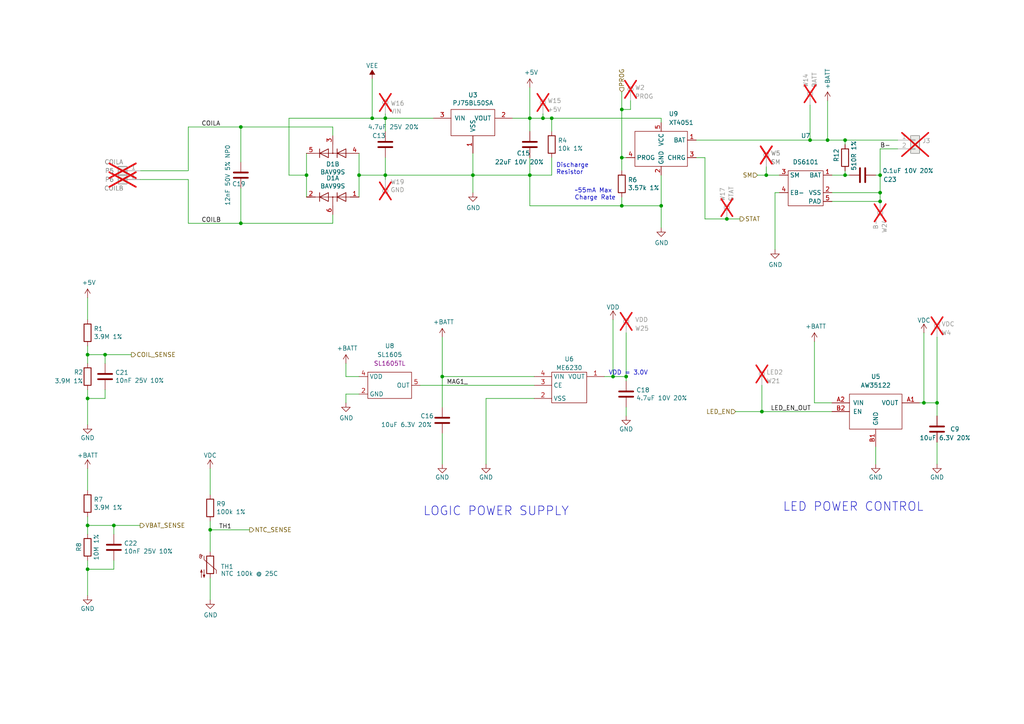
<source format=kicad_sch>
(kicad_sch (version 20250114) (generator "eeschema") (generator_version "9.0")
  (paper "A4")
  (title_block (title "Pixels D20 Schematic, Main") (date "2022-08-26") (rev "13") (company "Systemic Games, LLC") (comment 1 "Wireless Charging Circuitry"))
  (lib_symbols
    (symbol "Connector_Generic:Conn_01x01" (pin_names (offset 1.016) (hide yes))
      (property "Reference" "J" (at 0 2.54 0))
      (property "Value" "Conn_01x01" (at 0 -2.54 0))
      (symbol "Conn_01x01_1_1"
        (rectangle (start -1.27 1.27) (end 1.27 -1.27) (stroke (width 0.254)) (fill (type background)))
        (rectangle (start -1.27 0.127) (end 0 -0.127) (stroke (width 0.1524)))
        (pin passive line (at -5.08 0 0) (length 3.81) (name "Pin_1") (number "1"))
      )
    )
    (symbol "Connector_Generic:Conn_01x02" (pin_names (offset 1.016) (hide yes))
      (property "Reference" "J" (at 0 2.54 0))
      (property "Value" "Conn_01x02" (at 0 -5.08 0))
      (symbol "Conn_01x02_1_1"
        (rectangle (start -1.27 1.27) (end 1.27 -3.81) (stroke (width 0.254)) (fill (type background)))
        (rectangle (start -1.27 0.127) (end 0 -0.127) (stroke (width 0.1524)))
        (rectangle (start -1.27 -2.413) (end 0 -2.667) (stroke (width 0.1524)))
        (pin passive line (at -5.08 0 0) (length 3.81) (name "Pin_1") (number "1"))
        (pin passive line (at -5.08 -2.54 0) (length 3.81) (name "Pin_2") (number "2"))
      )
    )
    (symbol "Device:C" (pin_numbers (hide yes)) (pin_names (offset 0.254))
      (property "Reference" "C" (at 0.635 2.54 0))
      (property "Value" "C" (at 0.635 -2.54 0))
      (symbol "C_0_1"
        (polyline (pts (xy -2.032 0.762) (xy 2.032 0.762)) (stroke (width 0.508)))
        (polyline (pts (xy -2.032 -0.762) (xy 2.032 -0.762)) (stroke (width 0.508)))
      )
      (symbol "C_1_1"
        (pin passive line (at 0 3.81 270) (length 2.794) (name "~") (number "1"))
        (pin passive line (at 0 -3.81 90) (length 2.794) (name "~") (number "2"))
      )
    )
    (symbol "Device:R" (pin_numbers (hide yes)) (pin_names (offset 0))
      (property "Reference" "R" (at 2.032 0 90))
      (property "Value" "R" (at 0 0 90))
      (symbol "R_0_1"
        (rectangle (start -1.016 -2.54) (end 1.016 2.54) (stroke (width 0.254)))
      )
      (symbol "R_1_1"
        (pin passive line (at 0 3.81 270) (length 1.27) (name "~") (number "1"))
        (pin passive line (at 0 -3.81 90) (length 1.27) (name "~") (number "2"))
      )
    )
    (symbol "Device:Thermistor_NTC" (pin_numbers (hide yes)) (pin_names (offset 0))
      (property "Reference" "TH" (at -4.445 0 90))
      (property "Value" "Thermistor_NTC" (at 3.175 0 90))
      (symbol "Thermistor_NTC_0_1"
        (arc (start -3.175 2.413) (mid -3.0506 2.3165) (end -3.048 2.159))
        (arc (start -3.048 2.794) (mid -2.9736 2.9736) (end -2.794 3.048))
        (arc (start -2.794 3.048) (mid -2.6144 2.9736) (end -2.54 2.794))
        (arc (start -2.794 2.54) (mid -2.9736 2.6144) (end -3.048 2.794))
        (arc (start -2.794 1.905) (mid -2.9736 1.9794) (end -3.048 2.159))
        (arc (start -2.54 2.159) (mid -2.6144 1.9794) (end -2.794 1.905))
        (arc (start -2.159 2.794) (mid -2.434 2.5608) (end -2.794 2.54))
        (polyline (pts (xy -2.54 2.159) (xy -2.54 2.794)))
        (polyline (pts (xy -2.54 -3.683) (xy -2.54 -1.397) (xy -2.794 -2.159) (xy -2.286 -2.159) (xy -2.54 -1.397) (xy -2.54 -1.651)) (fill (type outline)))
        (polyline (pts (xy -1.778 2.54) (xy -1.778 1.524) (xy 1.778 -1.524) (xy 1.778 -2.54)))
        (polyline (pts (xy -1.778 -1.397) (xy -1.778 -3.683) (xy -2.032 -2.921) (xy -1.524 -2.921) (xy -1.778 -3.683) (xy -1.778 -3.429)) (fill (type outline)))
        (rectangle (start -1.016 2.54) (end 1.016 -2.54) (stroke (width 0.254)))
      )
      (symbol "Thermistor_NTC_1_1"
        (pin passive line (at 0 3.81 270) (length 1.27) (name "~") (number "1"))
        (pin passive line (at 0 -3.81 90) (length 1.27) (name "~") (number "2"))
      )
    )
    (symbol "Pixels-dice:AW35122" (pin_names (offset 1.016))
      (property "Reference" "U" (at 6.35 -6.35 0))
      (property "Value" "AW35122" (at 0 6.35 0))
      (symbol "AW35122_0_1"
        (rectangle (start -7.62 5.08) (end 7.62 -5.08))
      )
      (symbol "AW35122_1_1"
        (pin power_in line (at -12.7 2.54 0) (length 5.08) (name "VIN") (number "A2"))
        (pin input line (at -12.7 0 0) (length 5.08) (name "EN") (number "B2"))
        (pin power_in line (at 0 -10.16 90) (length 5.08) (name "GND") (number "B1"))
        (pin power_out line (at 12.7 2.54 180) (length 5.08) (name "VOUT") (number "A1"))
      )
    )
    (symbol "Pixels-dice:BAV99S-diode" (pin_names (offset 0.0254) (hide yes))
      (property "Reference" "D" (at 0 2.54 0))
      (property "Value" "BAV99S-diode" (at 0 5.08 0))
      (symbol "BAV99S-diode_0_1"
        (polyline (pts (xy -5.08 0) (xy 5.08 0)))
        (polyline (pts (xy -3.81 1.27) (xy -1.27 0) (xy -3.81 -1.27) (xy -3.81 1.27) (xy -3.81 1.27) (xy -3.81 1.27)) (stroke (width 0.2032)))
        (polyline (pts (xy -1.27 -1.27) (xy -1.27 1.27) (xy -1.27 1.27)) (stroke (width 0.2032)))
        (polyline (pts (xy 0 0) (xy 0 -2.54)))
        (circle (center 0 0) (radius 0.127))
        (polyline (pts (xy 1.27 1.27) (xy 3.81 0) (xy 1.27 -1.27) (xy 1.27 1.27) (xy 1.27 1.27) (xy 1.27 1.27)) (stroke (width 0.2032)))
        (polyline (pts (xy 3.81 1.27) (xy 3.81 -1.27) (xy 3.81 -1.27)) (stroke (width 0.2032)))
      )
      (symbol "BAV99S-diode_1_1"
        (polyline (pts (xy 6.35 0) (xy 7.62 0)))
        (pin passive line (at -7.62 0 0) (length 2.54) (name "A1") (number "1"))
        (pin passive line (at 0 -5.08 90) (length 2.54) (name "K3A4") (number "6"))
        (pin passive line (at 7.62 0 180) (length 2.54) (name "K2") (number "2"))
      )
      (symbol "BAV99S-diode_2_1"
        (polyline (pts (xy 6.35 0) (xy 7.62 0)))
        (pin passive line (at -7.62 0 0) (length 2.54) (name "A3") (number "4"))
        (pin passive line (at 0 -5.08 90) (length 2.54) (name "K1A2") (number "3"))
        (pin passive line (at 7.62 0 180) (length 2.54) (name "K4") (number "5"))
      )
    )
    (symbol "Pixels-dice:DS6101"
      (property "Reference" "U" (at 3.556 -6.35 0))
      (property "Value" "DS6101" (at 0 0 0))
      (symbol "DS6101_0_1"
        (rectangle (start -5.08 5.08) (end 5.08 -5.08))
      )
      (symbol "DS6101_1_1"
        (pin input line (at -7.62 3.81 0) (length 2.54) (name "SM") (number "3"))
        (pin input line (at -7.62 -1.27 0) (length 2.54) (name "EB-") (number "4"))
        (pin power_in line (at 7.62 3.81 180) (length 2.54) (name "BAT") (number "1"))
        (pin power_in line (at 7.62 -1.27 180) (length 2.54) (name "VSS") (number "2"))
        (pin free line (at 7.62 -3.81 180) (length 2.54) (name "PAD") (number "5"))
      )
    )
    (symbol "Pixels-dice:HX6306P502MR" (pin_names (offset 1.016))
      (property "Reference" "U" (at 3.81 -6.35 0))
      (property "Value" "HX6306P502MR" (at 0 3.81 0))
      (symbol "HX6306P502MR_0_1"
        (rectangle (start -6.35 2.54) (end 6.35 -5.08))
      )
      (symbol "HX6306P502MR_1_1"
        (pin power_in line (at -11.43 0 0) (length 5.08) (name "VIN") (number "3"))
        (pin power_in line (at 0 -10.16 90) (length 5.08) (name "VSS") (number "1"))
        (pin power_out line (at 11.43 0 180) (length 5.08) (name "VOUT") (number "2"))
      )
    )
    (symbol "Pixels-dice:ME6230-FBP1*1-4"
      (property "Reference" "U" (at 1.778 -6.604 0))
      (symbol "ME6230-FBP1*1-4_0_1"
        (rectangle (start -5.08 3.81) (end 5.08 -5.08))
      )
      (symbol "ME6230-FBP1*1-4_1_1"
        (pin power_in line (at -10.16 2.54 0) (length 5.08) (name "VIN") (number "4"))
        (pin input line (at -10.16 0 0) (length 5.08) (name "CE") (number "3"))
        (pin power_in line (at -10.16 -3.81 0) (length 5.08) (name "VSS") (number "2"))
        (pin power_out line (at 10.16 2.54 180) (length 5.08) (name "VOUT") (number "1"))
      )
    )
    (symbol "Pixels-dice:SL1605"
      (property "Reference" "U" (at 4.064 -5.08 0))
      (property "Value" "SL1605" (at 0 5.588 0))
      (symbol "SL1605_0_1"
        (rectangle (start -6.35 3.81) (end 6.35 -3.81))
      )
      (symbol "SL1605_1_1"
        (pin power_in line (at -8.89 2.54 0) (length 2.54) (name "VDD") (number "4"))
        (pin power_in line (at -8.89 -2.54 0) (length 2.54) (name "GND") (number "2"))
        (pin output line (at 8.89 0 180) (length 2.54) (name "OUT") (number "5"))
      )
    )
    (symbol "Pixels-dice:TEST_1P-conn" (pin_numbers (hide yes)) (pin_names (offset 0.762) (hide yes))
      (property "Reference" "W" (at 0 6.858 0))
      (property "Value" "TEST_1P-conn" (at 0 5.08 0))
      (symbol "TEST_1P-conn_0_1"
        (circle (center 0 3.302) (radius 0.762))
      )
      (symbol "TEST_1P-conn_1_1"
        (pin passive line (at 0 0 90) (length 2.54) (name "1") (number "1"))
      )
    )
    (symbol "Pixels-dice:XT4051"
      (property "Reference" "U" (at 5.334 -6.35 0))
      (property "Value" "XT4051" (at 0 1.27 0))
      (symbol "XT4051_0_1"
        (rectangle (start -7.62 5.08) (end 7.62 -5.08))
      )
      (symbol "XT4051_1_1"
        (pin input line (at -10.16 -2.54 0) (length 2.54) (name "PROG") (number "4"))
        (pin power_in line (at 0 7.62 270) (length 2.54) (name "VCC") (number "5"))
        (pin power_in line (at 0 -7.62 90) (length 2.54) (name "GND") (number "2"))
        (pin power_out line (at 10.16 2.54 180) (length 2.54) (name "BAT") (number "1"))
        (pin output line (at 10.16 -2.54 180) (length 2.54) (name "CHRG") (number "3"))
      )
    )
    (symbol "power:+5V" (power) (pin_names (offset 0))
      (property "Value" "+5V" (at 0 3.556 0))
      (symbol "+5V_0_1"
        (polyline (pts (xy -0.762 1.27) (xy 0 2.54)))
        (polyline (pts (xy 0 2.54) (xy 0.762 1.27)))
        (polyline (pts (xy 0 0) (xy 0 2.54)))
      )
      (symbol "+5V_1_1"
        (pin power_in line (at 0 0 90) (length 0) (hide yes) (name "+5V") (number "1"))
      )
    )
    (symbol "power:+BATT" (power) (pin_names (offset 0))
      (property "Value" "+BATT" (at 0 3.556 0))
      (symbol "+BATT_0_1"
        (polyline (pts (xy -0.762 1.27) (xy 0 2.54)))
        (polyline (pts (xy 0 2.54) (xy 0.762 1.27)))
        (polyline (pts (xy 0 0) (xy 0 2.54)))
      )
      (symbol "+BATT_1_1"
        (pin power_in line (at 0 0 90) (length 0) (hide yes) (name "+BATT") (number "1"))
      )
    )
    (symbol "power:GND" (power) (pin_names (offset 0))
      (property "Value" "GND" (at 0 -3.81 0))
      (symbol "GND_0_1"
        (polyline (pts (xy 0 0) (xy 0 -1.27) (xy 1.27 -1.27) (xy 0 -2.54) (xy -1.27 -1.27) (xy 0 -1.27)))
      )
      (symbol "GND_1_1"
        (pin power_in line (at 0 0 270) (length 0) (hide yes) (name "GND") (number "1"))
      )
    )
    (symbol "power:VDC" (power) (pin_numbers (hide yes)) (pin_names (offset 0) (hide yes))
      (property "Value" "VDC" (at 0 3.556 0))
      (symbol "VDC_0_1"
        (polyline (pts (xy -0.762 1.27) (xy 0 2.54)))
        (polyline (pts (xy 0 2.54) (xy 0.762 1.27)))
        (polyline (pts (xy 0 0) (xy 0 2.54)))
      )
      (symbol "VDC_1_1"
        (pin power_in line (at 0 0 90) (length 0) (name "~") (number "1"))
      )
    )
    (symbol "power:VDD" (power) (pin_names (offset 0))
      (property "Value" "VDD" (at 0 3.81 0))
      (symbol "VDD_0_1"
        (polyline (pts (xy -0.762 1.27) (xy 0 2.54)))
        (polyline (pts (xy 0 2.54) (xy 0.762 1.27)))
        (polyline (pts (xy 0 0) (xy 0 2.54)))
      )
      (symbol "VDD_1_1"
        (pin power_in line (at 0 0 90) (length 0) (hide yes) (name "VDD") (number "1"))
      )
    )
    (symbol "power:VEE" (power) (pin_names (offset 0))
      (property "Value" "VEE" (at 0 3.81 0))
      (symbol "VEE_0_1"
        (polyline (pts (xy 0 0) (xy 0 2.54)))
        (polyline (pts (xy 0.762 1.27) (xy -0.762 1.27) (xy 0 2.54) (xy 0.762 1.27)) (fill (type outline)))
      )
      (symbol "VEE_1_1"
        (pin power_in line (at 0 0 90) (length 0) (hide yes) (name "VEE") (number "1"))
      )
    )
  )
  (text "VDD = 3.0V" (at 187.96 108.966 0) (effects (font (size 1.27 1.27)) (justify right bottom)))
  (text "LOGIC POWER SUPPLY" (at 165.1 149.86 0) (effects (font (size 2.54 2.54)) (justify right bottom)))
  (text "LED POWER CONTROL" (at 267.97 148.59 0) (effects (font (size 2.54 2.54)) (justify right bottom)))
  (text "~55mA Max\nCharge Rate" (at 166.624 58.166 0) (effects (font (size 1.27 1.27)) (justify left bottom)))
  (text "Discharge\nResistor" (at 161.29 50.8 0) (effects (font (size 1.27 1.27)) (justify left bottom)))
  (junction (at 245.11 50.8))
  (junction (at 88.9 50.8))
  (junction (at 180.34 59.69))
  (junction (at 245.11 40.64))
  (junction (at 25.4 102.87))
  (junction (at 25.4 115.57))
  (junction (at 177.8 109.22))
  (junction (at 191.77 59.69))
  (junction (at 181.61 109.22))
  (junction (at 33.02 152.4))
  (junction (at 160.02 34.29))
  (junction (at 220.98 119.38))
  (junction (at 153.67 50.8))
  (junction (at 240.03 40.64))
  (junction (at 137.16 50.8))
  (junction (at 111.76 50.8))
  (junction (at 180.34 31.75))
  (junction (at 60.96 153.67))
  (junction (at 111.76 34.29))
  (junction (at 222.25 50.8))
  (junction (at 180.34 45.72))
  (junction (at 69.85 64.77))
  (junction (at 267.97 116.84))
  (junction (at 271.78 116.84))
  (junction (at 25.4 165.1))
  (junction (at 30.48 102.87))
  (junction (at 234.95 40.64))
  (junction (at 255.27 58.42))
  (junction (at 153.67 34.29))
  (junction (at 157.48 34.29))
  (junction (at 25.4 152.4))
  (junction (at 104.14 50.8))
  (junction (at 69.85 36.83))
  (junction (at 210.82 63.5))
  (junction (at 107.95 34.29))
  (junction (at 128.27 109.22))
  (junction (at 255.27 50.8))
  (junction (at 255.27 55.88))
  (wire (pts (xy 160.02 45.72) (xy 160.02 50.8)))
  (wire (pts (xy 267.97 116.84) (xy 266.7 116.84)))
  (wire (pts (xy 153.67 59.69) (xy 180.34 59.69)))
  (wire (pts (xy 234.95 40.64) (xy 240.03 40.64)))
  (wire (pts (xy 33.02 165.1) (xy 25.4 165.1)))
  (wire (pts (xy 25.4 113.03) (xy 25.4 115.57)))
  (wire (pts (xy 153.67 50.8) (xy 153.67 59.69)))
  (wire (pts (xy 220.98 119.38) (xy 241.3 119.38)))
  (wire (pts (xy 100.33 109.22) (xy 104.14 109.22)))
  (wire (pts (xy 157.48 33.02) (xy 157.48 34.29)))
  (wire (pts (xy 104.14 114.3) (xy 100.33 114.3)))
  (wire (pts (xy 204.47 63.5) (xy 210.82 63.5)))
  (wire (pts (xy 25.4 92.71) (xy 25.4 86.36)))
  (wire (pts (xy 100.33 114.3) (xy 100.33 116.84)))
  (wire (pts (xy 160.02 34.29) (xy 160.02 38.1)))
  (wire (pts (xy 153.67 25.4) (xy 153.67 34.29)))
  (wire (pts (xy 245.11 40.64) (xy 240.03 40.64)))
  (wire (pts (xy 54.61 64.77) (xy 54.61 52.07)))
  (wire (pts (xy 54.61 36.83) (xy 69.85 36.83)))
  (wire (pts (xy 180.34 59.69) (xy 191.77 59.69)))
  (wire (pts (xy 88.9 44.45) (xy 88.9 50.8)))
  (wire (pts (xy 153.67 50.8) (xy 153.67 45.72)))
  (wire (pts (xy 177.8 92.71) (xy 177.8 109.22)))
  (wire (pts (xy 40.64 49.53) (xy 54.61 49.53)))
  (wire (pts (xy 234.95 30.48) (xy 234.95 40.64)))
  (wire (pts (xy 204.47 45.72) (xy 204.47 63.5)))
  (wire (pts (xy 69.85 36.83) (xy 96.52 36.83)))
  (wire (pts (xy 25.4 100.33) (xy 25.4 102.87)))
  (wire (pts (xy 111.76 34.29) (xy 125.73 34.29)))
  (wire (pts (xy 25.4 115.57) (xy 25.4 123.19)))
  (wire (pts (xy 255.27 43.18) (xy 260.35 43.18)))
  (wire (pts (xy 222.25 50.8) (xy 226.06 50.8)))
  (wire (pts (xy 25.4 105.41) (xy 25.4 102.87)))
  (wire (pts (xy 267.97 96.52) (xy 267.97 116.84)))
  (wire (pts (xy 60.96 135.89) (xy 60.96 143.51)))
  (wire (pts (xy 54.61 64.77) (xy 69.85 64.77)))
  (wire (pts (xy 54.61 36.83) (xy 54.61 49.53)))
  (wire (pts (xy 88.9 50.8) (xy 88.9 57.15)))
  (wire (pts (xy 236.22 99.06) (xy 236.22 116.84)))
  (wire (pts (xy 157.48 34.29) (xy 160.02 34.29)))
  (wire (pts (xy 104.14 44.45) (xy 104.14 50.8)))
  (wire (pts (xy 137.16 50.8) (xy 153.67 50.8)))
  (wire (pts (xy 104.14 50.8) (xy 104.14 57.15)))
  (wire (pts (xy 160.02 34.29) (xy 191.77 34.29)))
  (wire (pts (xy 271.78 120.65) (xy 271.78 116.84)))
  (wire (pts (xy 111.76 33.02) (xy 111.76 34.29)))
  (wire (pts (xy 33.02 152.4) (xy 25.4 152.4)))
  (wire (pts (xy 182.88 31.75) (xy 180.34 31.75)))
  (wire (pts (xy 33.02 162.56) (xy 33.02 165.1)))
  (wire (pts (xy 30.48 113.03) (xy 30.48 115.57)))
  (wire (pts (xy 128.27 109.22) (xy 154.94 109.22)))
  (wire (pts (xy 60.96 153.67) (xy 72.39 153.67)))
  (wire (pts (xy 181.61 96.52) (xy 181.61 109.22)))
  (wire (pts (xy 241.3 116.84) (xy 236.22 116.84)))
  (wire (pts (xy 241.3 58.42) (xy 255.27 58.42)))
  (wire (pts (xy 25.4 102.87) (xy 30.48 102.87)))
  (wire (pts (xy 255.27 55.88) (xy 241.3 55.88)))
  (wire (pts (xy 255.27 50.8) (xy 255.27 55.88)))
  (wire (pts (xy 60.96 151.13) (xy 60.96 153.67)))
  (wire (pts (xy 224.79 55.88) (xy 226.06 55.88)))
  (wire (pts (xy 245.11 50.8) (xy 241.3 50.8)))
  (wire (pts (xy 69.85 54.61) (xy 69.85 64.77)))
  (wire (pts (xy 254 129.54) (xy 254 134.62)))
  (wire (pts (xy 222.25 48.26) (xy 222.25 50.8)))
  (wire (pts (xy 96.52 62.23) (xy 96.52 64.77)))
  (wire (pts (xy 220.98 111.76) (xy 220.98 119.38)))
  (wire (pts (xy 255.27 58.42) (xy 255.27 55.88)))
  (wire (pts (xy 111.76 34.29) (xy 111.76 38.1)))
  (wire (pts (xy 182.88 29.21) (xy 182.88 31.75)))
  (wire (pts (xy 100.33 105.41) (xy 100.33 109.22)))
  (wire (pts (xy 137.16 50.8) (xy 137.16 55.88)))
  (wire (pts (xy 204.47 45.72) (xy 201.93 45.72)))
  (wire (pts (xy 271.78 97.79) (xy 271.78 116.84)))
  (wire (pts (xy 128.27 125.73) (xy 128.27 134.62)))
  (wire (pts (xy 60.96 167.64) (xy 60.96 173.99)))
  (wire (pts (xy 180.34 31.75) (xy 180.34 45.72)))
  (wire (pts (xy 25.4 152.4) (xy 25.4 154.94)))
  (wire (pts (xy 128.27 97.79) (xy 128.27 109.22)))
  (wire (pts (xy 245.11 40.64) (xy 245.11 41.91)))
  (wire (pts (xy 25.4 135.89) (xy 25.4 142.24)))
  (wire (pts (xy 25.4 162.56) (xy 25.4 165.1)))
  (wire (pts (xy 33.02 152.4) (xy 40.64 152.4)))
  (wire (pts (xy 69.85 64.77) (xy 96.52 64.77)))
  (wire (pts (xy 40.64 52.07) (xy 54.61 52.07)))
  (wire (pts (xy 240.03 29.21) (xy 240.03 40.64)))
  (wire (pts (xy 213.36 119.38) (xy 220.98 119.38)))
  (wire (pts (xy 30.48 102.87) (xy 38.1 102.87)))
  (wire (pts (xy 224.79 55.88) (xy 224.79 72.39)))
  (wire (pts (xy 111.76 50.8) (xy 104.14 50.8)))
  (wire (pts (xy 181.61 118.11) (xy 181.61 120.65)))
  (wire (pts (xy 219.71 50.8) (xy 222.25 50.8)))
  (wire (pts (xy 191.77 35.56) (xy 191.77 34.29)))
  (wire (pts (xy 181.61 109.22) (xy 181.61 110.49)))
  (wire (pts (xy 154.94 115.57) (xy 140.97 115.57)))
  (wire (pts (xy 30.48 105.41) (xy 30.48 102.87)))
  (wire (pts (xy 191.77 50.8) (xy 191.77 59.69)))
  (wire (pts (xy 267.97 116.84) (xy 271.78 116.84)))
  (wire (pts (xy 140.97 115.57) (xy 140.97 134.62)))
  (wire (pts (xy 180.34 26.67) (xy 180.34 31.75)))
  (wire (pts (xy 128.27 109.22) (xy 128.27 118.11)))
  (wire (pts (xy 210.82 63.5) (xy 214.63 63.5)))
  (wire (pts (xy 153.67 34.29) (xy 153.67 38.1)))
  (wire (pts (xy 83.82 34.29) (xy 107.95 34.29)))
  (wire (pts (xy 137.16 44.45) (xy 137.16 50.8)))
  (wire (pts (xy 148.59 34.29) (xy 153.67 34.29)))
  (wire (pts (xy 255.27 43.18) (xy 255.27 50.8)))
  (wire (pts (xy 175.26 109.22) (xy 177.8 109.22)))
  (wire (pts (xy 88.9 50.8) (xy 83.82 50.8)))
  (wire (pts (xy 33.02 152.4) (xy 33.02 154.94)))
  (wire (pts (xy 30.48 115.57) (xy 25.4 115.57)))
  (wire (pts (xy 181.61 45.72) (xy 180.34 45.72)))
  (wire (pts (xy 245.11 49.53) (xy 245.11 50.8)))
  (wire (pts (xy 111.76 52.07) (xy 111.76 50.8)))
  (wire (pts (xy 160.02 50.8) (xy 153.67 50.8)))
  (wire (pts (xy 25.4 149.86) (xy 25.4 152.4)))
  (wire (pts (xy 254 50.8) (xy 255.27 50.8)))
  (wire (pts (xy 121.92 111.76) (xy 154.94 111.76)))
  (wire (pts (xy 69.85 46.99) (xy 69.85 36.83)))
  (wire (pts (xy 153.67 34.29) (xy 157.48 34.29)))
  (wire (pts (xy 245.11 40.64) (xy 260.35 40.64)))
  (wire (pts (xy 201.93 40.64) (xy 234.95 40.64)))
  (wire (pts (xy 83.82 50.8) (xy 83.82 34.29)))
  (wire (pts (xy 271.78 128.27) (xy 271.78 134.62)))
  (wire (pts (xy 180.34 57.15) (xy 180.34 59.69)))
  (wire (pts (xy 25.4 165.1) (xy 25.4 172.72)))
  (wire (pts (xy 107.95 22.86) (xy 107.95 34.29)))
  (wire (pts (xy 111.76 45.72) (xy 111.76 50.8)))
  (wire (pts (xy 111.76 50.8) (xy 137.16 50.8)))
  (wire (pts (xy 96.52 39.37) (xy 96.52 36.83)))
  (wire (pts (xy 180.34 45.72) (xy 180.34 49.53)))
  (wire (pts (xy 191.77 59.69) (xy 191.77 66.04)))
  (wire (pts (xy 177.8 109.22) (xy 181.61 109.22)))
  (wire (pts (xy 107.95 34.29) (xy 111.76 34.29)))
  (wire (pts (xy 245.11 50.8) (xy 246.38 50.8)))
  (wire (pts (xy 60.96 153.67) (xy 60.96 160.02)))
  (label "MAG1_" (at 129.54 111.76 0))
  (label "COILB" (at 58.42 64.77 0))
  (label "LED_EN_OUT" (at 223.52 119.38 0))
  (label "B-" (at 255.27 43.18 0))
  (label "TH1" (at 63.5 153.67 0))
  (label "COILA" (at 58.42 36.83 0))
  (hierarchical_label "SM" (shape input) (at 219.71 50.8 180))
  (hierarchical_label "NTC_SENSE" (shape output) (at 72.39 153.67 0))
  (hierarchical_label "PROG" (shape input) (at 180.34 26.67 90))
  (hierarchical_label "LED_EN" (shape input) (at 213.36 119.38 180))
  (hierarchical_label "VBAT_SENSE" (shape output) (at 40.64 152.4 0))
  (hierarchical_label "COIL_SENSE" (shape output) (at 38.1 102.87 0))
  (hierarchical_label "STAT" (shape output) (at 214.63 63.5 0))
  (symbol (lib_id "Pixels-dice:TEST_1P-conn") (at 220.98 111.76 0) (unit 1) (in_bom no) (dnp yes)
    (property "Reference" "W21" (at 222.25 110.49 0) (effects (justify left)))
    (property "Value" "LED2" (at 222.25 107.95 0) (effects (justify left)))
    (property "Footprint" "Pixels-dice:TEST_PIN" (effects (hide yes)))
    (property "Generic OK" "N/A" (effects (hide yes)))
  )
  (symbol (lib_id "power:+BATT") (at 236.22 99.06 0) (unit 1)
    (property "Reference" "#PWR033" (effects (hide yes)))
    (property "Value" "+BATT" (at 236.601 94.6658 0))
  )
  (symbol (lib_id "Device:C") (at 181.61 114.3 0) (unit 1)
    (property "Reference" "C18" (at 184.531 113.1316 0) (effects (justify left)))
    (property "Value" "4.7uF 10V 20%" (at 184.531 115.443 0) (effects (justify left)))
    (property "Footprint" "Pixels-dice:C_0402_1005Metric" (effects (hide yes)))
    (property "Generic OK" "YES" (effects (hide yes)))
    (property "Manufacturer" "HRE" (effects (hide yes)))
    (property "Part Number" "CGA0402X5R475M100GT" (effects (hide yes)))
    (property "Alternate Manufacturer" "Samsung Electro-Mechanics" (effects (hide yes)))
    (property "Alternate PN" "CL05A475MP5NRNC" (effects (hide yes)))
    (property "Alternate LCSC Part #" "C23733" (effects (hide yes)))
  )
  (symbol (lib_id "power:GND") (at 181.61 120.65 0) (unit 1)
    (property "Reference" "#PWR028" (effects (hide yes)))
    (property "Value" "GND" (at 181.61 124.46 0))
  )
  (symbol (lib_id "power:GND") (at 128.27 134.62 0) (unit 1)
    (property "Reference" "#PWR029" (effects (hide yes)))
    (property "Value" "GND" (at 128.27 138.43 0))
  )
  (symbol (lib_id "power:GND") (at 254 134.62 0) (unit 1)
    (property "Reference" "#PWR038" (effects (hide yes)))
    (property "Value" "GND" (at 254 138.43 0))
  )
  (symbol (lib_id "Device:C") (at 128.27 121.92 0) (unit 1)
    (property "Reference" "C16" (at 121.92 120.65 0) (effects (justify left)))
    (property "Value" "10uF 6.3V 20%" (at 110.49 123.19 0) (effects (justify left)))
    (property "Footprint" "Pixels-dice:C_0402_1005Metric" (effects (hide yes)))
    (property "Generic OK" "YES" (effects (hide yes)))
    (property "Manufacturer" "HRE" (effects (hide yes)))
    (property "Part Number" "CGA0402X5R106M6R3GT" (effects (hide yes)))
    (property "LCSC Part #" "C23692971" (effects (hide yes)))
  )
  (symbol (lib_id "power:+BATT") (at 128.27 97.79 0) (unit 1)
    (property "Reference" "#PWR025" (effects (hide yes)))
    (property "Value" "+BATT" (at 128.651 93.3958 0))
  )
  (symbol (lib_id "Pixels-dice:TEST_1P-conn") (at 181.61 96.52 0) (unit 1) (in_bom no) (dnp yes)
    (property "Reference" "W25" (at 184.15 95.25 0) (effects (justify left)))
    (property "Value" "VDD" (at 184.15 92.71 0) (effects (justify left)))
    (property "Footprint" "Pixels-dice:TEST_PIN" (effects (hide yes)))
    (property "Generic OK" "N/A" (effects (hide yes)))
  )
  (symbol (lib_id "Device:C") (at 271.78 124.46 0) (unit 1)
    (property "Reference" "C9" (at 275.59 124.46 0) (effects (justify left)))
    (property "Value" "10uF 6.3V 20%" (at 266.7 127 0) (effects (justify left)))
    (property "Footprint" "Pixels-dice:C_0402_1005Metric" (effects (hide yes)))
    (property "Generic OK" "YES" (effects (hide yes)))
    (property "Manufacturer" "HRE" (effects (hide yes)))
    (property "Part Number" "CGA0402X5R106M6R3GT" (effects (hide yes)))
    (property "LCSC Part #" "C23692971" (effects (hide yes)))
  )
  (symbol (lib_id "power:GND") (at 271.78 134.62 0) (unit 1)
    (property "Reference" "#PWR0142" (effects (hide yes)))
    (property "Value" "GND" (at 271.78 138.43 0))
  )
  (symbol (lib_id "power:GND") (at 224.79 72.39 0) (unit 1)
    (property "Reference" "#PWR052" (effects (hide yes)))
    (property "Value" "GND" (at 224.917 76.7842 0))
  )
  (symbol (lib_id "Device:C") (at 111.76 41.91 0) (unit 1)
    (property "Reference" "C13" (at 107.95 39.37 0) (effects (justify left)))
    (property "Value" "4.7uF 25V 20%" (at 106.68 36.83 0) (effects (justify left)))
    (property "Footprint" "Capacitor_SMD:C_0402_1005Metric" (effects (hide yes)))
    (property "Generic OK" "YES" (effects (hide yes)))
    (property "Manufacturer" "HRE" (effects (hide yes)))
    (property "Part Number" "CGA0402X5R475M250GT" (effects (hide yes)))
    (property "LCSC Part #" "C6119795" (effects (hide yes)))
  )
  (symbol (lib_id "Device:R") (at 60.96 147.32 0) (unit 1)
    (property "Reference" "R9" (at 62.738 146.1516 0) (effects (justify left)))
    (property "Value" "100k 1%" (at 62.738 148.463 0) (effects (justify left)))
    (property "Footprint" "Resistor_SMD:R_0201_0603Metric" (effects (hide yes)))
    (property "Generic OK" "YES" (effects (hide yes)))
    (property "Manufacturer" "UNI-ROYAL(Uniroyal Elec)" (effects (hide yes)))
    (property "Part Number" "0201WMF1003TEE" (effects (hide yes)))
    (property "LCSC Part #" "C270364" (effects (hide yes)))
  )
  (symbol (lib_id "Pixels-dice:TEST_1P-conn") (at 111.76 33.02 0) (unit 1) (in_bom no) (dnp yes)
    (property "Reference" "W16" (at 113.2332 29.972 0) (effects (justify left)))
    (property "Value" "VIN" (at 113.2332 32.2834 0) (effects (justify left)))
    (property "Footprint" "Pixels-dice:TEST_PIN" (effects (hide yes)))
    (property "Generic OK" "N/A" (effects (hide yes)))
  )
  (symbol (lib_id "Device:R") (at 160.02 41.91 0) (unit 1)
    (property "Reference" "R4" (at 161.798 40.7416 0) (effects (justify left)))
    (property "Value" "10k 1%" (at 161.798 43.053 0) (effects (justify left)))
    (property "Footprint" "Resistor_SMD:R_0201_0603Metric" (effects (hide yes)))
    (property "Generic OK" "YES" (effects (hide yes)))
    (property "Manufacturer" "UNI-ROYAL(Uniroyal Elec)" (effects (hide yes)))
    (property "Part Number" "0201WMF1002TEE" (effects (hide yes)))
    (property "LCSC Part #" "C473048" (effects (hide yes)))
  )
  (symbol (lib_id "Device:Thermistor_NTC") (at 60.96 163.83 0) (unit 1)
    (property "Reference" "TH1" (at 64.008 164.338 0) (effects (justify left)))
    (property "Value" "NTC 100k @ 25C" (at 64.008 166.37 0) (effects (justify left)))
    (property "Footprint" "Resistor_SMD:R_0201_0603Metric" (effects (hide yes)))
    (property "Generic OK" "NO" (effects (hide yes)))
    (property "Manufacturer" "muRata " (effects (hide yes)))
    (property "Part Number" "NCP03WF104F05RL " (effects (hide yes)))
  )
  (symbol (lib_id "power:VEE") (at 107.95 22.86 0) (unit 1)
    (property "Reference" "#PWR032" (effects (hide yes)))
    (property "Value" "VEE" (at 107.95 19.05 0))
  )
  (symbol (lib_id "power:+5V") (at 25.4 86.36 0) (unit 1)
    (property "Reference" "#PWR057" (effects (hide yes)))
    (property "Value" "+5V" (at 25.781 81.9658 0))
  )
  (symbol (lib_id "Device:C") (at 69.85 50.8 0) (unit 1)
    (property "Reference" "C19" (at 67.31 53.34 0) (effects (justify left)))
    (property "Value" "12nF 50V 5% NP0" (at 66.04 59.69 90) (effects (justify left)))
    (property "Footprint" "Capacitor_SMD:C_0805_2012Metric" (effects (hide yes)))
    (property "Generic OK" "NO" (effects (hide yes)))
    (property "Pixels Part Number" "SMD-C011" (effects (hide yes)))
    (property "Manufacturer" "Murata" (effects (hide yes)))
    (property "Part Number" "GRM2195C1H123JA01D" (effects (hide yes)))
  )
  (symbol (lib_id "Device:C") (at 250.19 50.8 90) (unit 1)
    (property "Reference" "C23" (at 260.096 52.07 90) (effects (justify left)))
    (property "Value" "0.1uF 10V 20%" (at 270.764 49.53 90) (effects (justify left)))
    (property "Footprint" "Capacitor_SMD:C_0201_0603Metric" (effects (hide yes)))
    (property "Generic OK" "YES" (effects (hide yes)))
    (property "Manufacturer" "HRE" (effects (hide yes)))
    (property "Part Number" "CGA0201X5R104K100ET" (effects (hide yes)))
    (property "LCSC Part #" "C6119757" (effects (hide yes)))
  )
  (symbol (lib_id "power:GND") (at 100.33 116.84 0) (unit 1)
    (property "Reference" "#PWR045" (effects (hide yes)))
    (property "Value" "GND" (at 100.457 121.2342 0))
  )
  (symbol (lib_id "Device:R") (at 180.34 53.34 0) (unit 1)
    (property "Reference" "R6" (at 182.118 52.1716 0) (effects (justify left)))
    (property "Value" "3.57k 1%" (at 182.118 54.483 0) (effects (justify left)))
    (property "Footprint" "Resistor_SMD:R_0201_0603Metric" (effects (hide yes)))
    (property "Generic OK" "YES" (effects (hide yes)))
    (property "Manufacturer" "UNI-ROYAL(Uniroyal Elec)" (effects (hide yes)))
    (property "Part Number" "0201WMF3571TEE" (effects (hide yes)))
  )
  (symbol (lib_id "power:VDC") (at 267.97 96.52 0) (unit 1)
    (property "Reference" "#PWR026" (effects (hide yes)))
    (property "Value" "VDC" (at 267.97 92.9155 0))
  )
  (symbol (lib_id "Pixels-dice:TEST_1P-conn") (at 255.27 58.42 180) (unit 1) (in_bom no) (dnp yes)
    (property "Reference" "W24" (at 256.54 63.5 90) (effects (justify left)))
    (property "Value" "B-" (at 254 63.5 90) (effects (justify left)))
    (property "Footprint" "Pixels-dice:TEST_PIN" (effects (hide yes)))
    (property "Generic OK" "N/A" (effects (hide yes)))
  )
  (symbol (lib_id "Device:R") (at 25.4 146.05 0) (unit 1)
    (property "Reference" "R7" (at 27.178 144.8816 0) (effects (justify left)))
    (property "Value" "3.9M 1%" (at 27.178 147.193 0) (effects (justify left)))
    (property "Footprint" "Resistor_SMD:R_0201_0603Metric" (effects (hide yes)))
    (property "Generic OK" "YES" (effects (hide yes)))
    (property "Manufacturer" "UNI-ROYAL(Uniroyal Elec)" (effects (hide yes)))
    (property "Part Number" "0201WMF3904TEE" (effects (hide yes)))
    (property "Alternate Manufacturer" "RALEC" (effects (hide yes)))
    (property "Alternate PN" "RTT013904FTH" (effects (hide yes)))
    (property "Alternate LCSC Part #" "C166210" (effects (hide yes)))
    (property "LCSC Part #" "C423545" (effects (hide yes)))
  )
  (symbol (lib_id "power:+BATT") (at 25.4 135.89 0) (unit 1)
    (property "Reference" "#PWR058" (effects (hide yes)))
    (property "Value" "+BATT" (at 25.4 132.08 0))
  )
  (symbol (lib_id "Device:R") (at 25.4 158.75 0) (unit 1)
    (property "Reference" "R8" (at 22.86 160.02 90) (effects (justify left)))
    (property "Value" "10M 1%" (at 27.94 162.56 90) (effects (justify left)))
    (property "Footprint" "Resistor_SMD:R_0201_0603Metric" (effects (hide yes)))
    (property "Generic OK" "YES" (effects (hide yes)))
    (property "Manufacturer" "UNI-ROYAL(Uniroyal Elec)" (effects (hide yes)))
    (property "Part Number" "0201WMF1005TEE" (effects (hide yes)))
    (property "LCSC Part #" "C423797" (effects (hide yes)))
  )
  (symbol (lib_id "Pixels-dice:HX6306P502MR") (at 137.16 34.29 0) (unit 1)
    (property "Reference" "U3" (at 137.16 27.559 0))
    (property "Value" "PJ75BL50SA" (at 137.16 29.8704 0))
    (property "Footprint" "Pixels-dice:SOT-23" (effects (hide yes)))
    (property "Manufacturer" "PJSEMI" (effects (hide yes)))
    (property "Generic OK" "NO" (effects (hide yes)))
    (property "Part Number" "PJ75BL50SA" (effects (hide yes)))
  )
  (symbol (lib_id "Device:R") (at 25.4 96.52 0) (unit 1)
    (property "Reference" "R1" (at 27.178 95.3516 0) (effects (justify left)))
    (property "Value" "3.9M 1%" (at 27.178 97.663 0) (effects (justify left)))
    (property "Footprint" "Resistor_SMD:R_0201_0603Metric" (effects (hide yes)))
    (property "Generic OK" "YES" (effects (hide yes)))
    (property "Manufacturer" "UNI-ROYAL(Uniroyal Elec)" (effects (hide yes)))
    (property "Part Number" "0201WMF3904TEE" (effects (hide yes)))
    (property "Alternate Manufacturer" "RALEC" (effects (hide yes)))
    (property "Alternate PN" "RTT013904FTH" (effects (hide yes)))
    (property "Alternate LCSC Part #" "C166210" (effects (hide yes)))
    (property "LCSC Part #" "C423545" (effects (hide yes)))
  )
  (symbol (lib_id "Device:R") (at 25.4 109.22 180) (unit 1)
    (property "Reference" "R2" (at 24.13 107.95 0) (effects (justify left)))
    (property "Value" "3.9M 1%" (at 24.13 110.49 0) (effects (justify left)))
    (property "Footprint" "Resistor_SMD:R_0201_0603Metric" (effects (hide yes)))
    (property "Generic OK" "YES" (effects (hide yes)))
    (property "Manufacturer" "UNI-ROYAL(Uniroyal Elec)" (effects (hide yes)))
    (property "Part Number" "0201WMF3904TEE" (effects (hide yes)))
    (property "Alternate Manufacturer" "RALEC" (effects (hide yes)))
    (property "Alternate PN" "RTT013904FTH" (effects (hide yes)))
    (property "Alternate LCSC Part #" "C166210" (effects (hide yes)))
    (property "LCSC Part #" "C423545" (effects (hide yes)))
  )
  (symbol (lib_id "power:GND") (at 25.4 172.72 0) (unit 1)
    (property "Reference" "#PWR060" (effects (hide yes)))
    (property "Value" "GND" (at 25.4 176.53 0))
  )
  (symbol (lib_id "power:+5V") (at 153.67 25.4 0) (unit 1)
    (property "Reference" "#PWR040" (effects (hide yes)))
    (property "Value" "+5V" (at 154.051 21.0058 0))
  )
  (symbol (lib_id "Device:C") (at 33.02 158.75 0) (unit 1)
    (property "Reference" "C22" (at 35.941 157.5816 0) (effects (justify left)))
    (property "Value" "10nF 25V 10%" (at 35.941 159.893 0) (effects (justify left)))
    (property "Footprint" "Capacitor_SMD:C_0201_0603Metric" (effects (hide yes)))
    (property "Generic OK" "YES" (effects (hide yes)))
    (property "Manufacturer" "HRE" (effects (hide yes)))
    (property "Part Number" "CGA0201X5R103K250ET" (effects (hide yes)))
    (property "Alternate Manufacturer" "Murata Electronics" (effects (hide yes)))
    (property "Alternate PN" "GRM033R71A103KA01D" (effects (hide yes)))
    (property "Alternate LCSC Part #" "C76941" (effects (hide yes)))
    (property "LCSC Part #" "C7503521" (effects (hide yes)))
  )
  (symbol (lib_id "Pixels-dice:TEST_1P-conn") (at 210.82 63.5 0) (unit 1) (in_bom no) (dnp yes)
    (property "Reference" "W17" (at 209.55 58.42 90) (effects (justify left)))
    (property "Value" "STAT" (at 212.09 58.42 90) (effects (justify left)))
    (property "Footprint" "Pixels-dice:TEST_PIN" (effects (hide yes)))
    (property "Generic OK" "N/A" (effects (hide yes)))
  )
  (symbol (lib_id "power:GND") (at 140.97 134.62 0) (unit 1)
    (property "Reference" "#PWR031" (effects (hide yes)))
    (property "Value" "GND" (at 140.97 138.43 0))
  )
  (symbol (lib_id "power:+BATT") (at 100.33 105.41 0) (unit 1)
    (property "Reference" "#PWR017" (effects (hide yes)))
    (property "Value" "+BATT" (at 100.711 101.0158 0))
  )
  (symbol (lib_id "Device:R") (at 245.11 45.72 0) (unit 1)
    (property "Reference" "R12" (at 242.57 46.99 90) (effects (justify left)))
    (property "Value" "510R 1%" (at 247.65 49.53 90) (effects (justify left)))
    (property "Footprint" "Resistor_SMD:R_0201_0603Metric" (effects (hide yes)))
    (property "Generic OK" "YES" (effects (hide yes)))
    (property "Manufacturer" "UNI-ROYAL(Uniroyal Elec)" (effects (hide yes)))
    (property "Part Number" "NQ01WMJ0511TEE" (effects (hide yes)))
    (property "LCSC Part #" "C965307" (effects (hide yes)))
  )
  (symbol (lib_id "power:GND") (at 191.77 66.04 0) (unit 1)
    (property "Reference" "#PWR051" (effects (hide yes)))
    (property "Value" "GND" (at 191.897 70.4342 0))
  )
  (symbol (lib_id "power:GND") (at 137.16 55.88 0) (unit 1)
    (property "Reference" "#PWR050" (effects (hide yes)))
    (property "Value" "GND" (at 137.287 60.2742 0))
  )
  (symbol (lib_id "power:+BATT") (at 240.03 29.21 0) (unit 1)
    (property "Reference" "#PWR041" (effects (hide yes)))
    (property "Value" "+BATT" (at 240.03 22.86 90))
  )
  (symbol (lib_id "Connector_Generic:Conn_01x02") (at 265.43 40.64 0) (unit 1) (in_bom no) (dnp yes)
    (property "Reference" "J3" (at 267.462 40.8432 0) (effects (justify left)))
    (property "Value" "Conn_01x02" (effects (hide yes)))
    (property "Footprint" "Pixels-dice:Hongjie 10100 Solder Tabs" (effects (hide yes)))
    (property "Generic OK" "N/A" (effects (hide yes)))
  )
  (symbol (lib_id "Pixels-dice:ME6230-FBP1*1-4") (at 165.1 111.76 0) (unit 1)
    (property "Reference" "U6" (at 165.1 104.14 0))
    (property "Value" "ME6230" (at 165.1 106.68 0))
    (property "Footprint" "Pixels-dice:FPB1_1-4" (effects (hide yes)))
    (property "Manufacturer" "MICRONE(Nanjing Micro One Elec)" (effects (hide yes)))
    (property "Part Number" "ME6230C30U4AG" (effects (hide yes)))
    (property "Alternate Manufacturer" "ChipLink Tech" (effects (hide yes)))
    (property "Alternate PN" "CL9906A30F4N" (effects (hide yes)))
    (property "Alternate LCSC Part #" "C5297658" (effects (hide yes)))
    (property "LCSC Part #" "C2925772" (effects (hide yes)))
  )
  (symbol (lib_id "Pixels-dice:SL1605") (at 113.03 111.76 0) (unit 1)
    (property "Reference" "U8" (at 113.03 100.33 0))
    (property "Value" "SL1605" (at 113.03 102.87 0))
    (property "Footprint" "Package_TO_SOT_SMD:SOT-553" (effects (hide yes)))
    (property "Manufacturer" "Slkor(SLKORMICRO Elec.)" (effects (hide yes)))
    (property "Part Number" "SL1605TL" (at 113.03 105.41 0))
    (property "LCSC Part #" "C2826474" (effects (hide yes)))
  )
  (symbol (lib_id "Pixels-dice:XT4051") (at 191.77 43.18 0) (unit 1)
    (property "Reference" "U9" (at 193.9641 33.02 0) (effects (justify left)))
    (property "Value" "XT4051" (at 193.9641 35.56 0) (effects (justify left)))
    (property "Footprint" "Package_TO_SOT_SMD:SOT-553" (effects (hide yes)))
    (property "Manufacturer" "NATLINEAR" (effects (hide yes)))
    (property "Part Number" "XT4051K421KR-G" (effects (hide yes)))
    (property "LCSC Part #" "C219186" (effects (hide yes)))
  )
  (symbol (lib_id "Device:C") (at 153.67 41.91 0) (unit 1)
    (property "Reference" "C15" (at 149.86 44.45 0) (effects (justify left)))
    (property "Value" "22uF 10V 20%" (at 143.51 46.99 0) (effects (justify left)))
    (property "Footprint" "Capacitor_SMD:C_0603_1608Metric" (effects (hide yes)))
    (property "Generic OK" "YES" (effects (hide yes)))
    (property "Manufacturer" "HRE" (effects (hide yes)))
    (property "Part Number" "CGA0603X5R226M100JT" (effects (hide yes)))
    (property "LCSC Part #" "C6119863" (effects (hide yes)))
  )
  (symbol (lib_id "power:VDC") (at 60.96 135.89 0) (unit 1)
    (property "Reference" "#PWR039" (effects (hide yes)))
    (property "Value" "VDC" (at 60.96 132.08 0))
    (property "Description" "Power symbol creates a global label with name \"VDC\"" (effects (hide yes)))
  )
  (symbol (lib_id "Pixels-dice:TEST_1P-conn") (at 111.76 52.07 180) (unit 1) (in_bom no) (dnp yes)
    (property "Reference" "W19" (at 113.2332 52.7558 0) (effects (justify right)))
    (property "Value" "GND" (at 113.2332 55.0672 0) (effects (justify right)))
    (property "Footprint" "Pixels-dice:TEST_PIN" (effects (hide yes)))
    (property "Generic OK" "N/A" (effects (hide yes)))
  )
  (symbol (lib_id "Pixels-dice:TEST_1P-conn") (at 234.95 30.48 0) (unit 1) (in_bom no) (dnp yes)
    (property "Reference" "W14" (at 233.68 25.4 90) (effects (justify left)))
    (property "Value" "BATT" (at 236.22 25.4 90) (effects (justify left)))
    (property "Footprint" "Pixels-dice:TEST_PIN" (effects (hide yes)))
    (property "Generic OK" "N/A" (effects (hide yes)))
  )
  (symbol (lib_id "Connector_Generic:Conn_01x01") (at 35.56 52.07 180) (unit 1) (in_bom no) (dnp yes)
    (property "Reference" "P6" (at 31.75 52.07 0))
    (property "Value" "COILB" (at 33.02 54.61 0))
    (property "Footprint" "Pixels-dice:TestPoint_THTPad_D1.5mm_Drill0.7mm_nosilk" (effects (hide yes)))
    (property "Generic OK" "N/A" (effects (hide yes)))
  )
  (symbol (lib_id "Pixels-dice:TEST_1P-conn") (at 271.78 97.79 0) (unit 1) (in_bom no) (dnp yes)
    (property "Reference" "W4" (at 273.05 96.52 0) (effects (justify left)))
    (property "Value" "VDC" (at 273.05 93.98 0) (effects (justify left)))
    (property "Footprint" "Pixels-dice:TEST_PIN" (effects (hide yes)))
    (property "Generic OK" "N/A" (effects (hide yes)))
  )
  (symbol (lib_id "Connector_Generic:Conn_01x01") (at 35.56 49.53 180) (unit 1) (in_bom no) (dnp yes)
    (property "Reference" "P5" (at 31.75 49.53 0))
    (property "Value" "COILA" (at 33.02 46.99 0))
    (property "Footprint" "Pixels-dice:TestPoint_THTPad_D1.5mm_Drill0.7mm_nosilk" (effects (hide yes)))
    (property "Generic OK" "N/A" (effects (hide yes)))
  )
  (symbol (lib_id "power:VDD") (at 177.8 92.71 0) (unit 1)
    (property "Reference" "#PWR027" (effects (hide yes)))
    (property "Value" "VDD" (at 177.8 89.1055 0))
  )
  (symbol (lib_id "Pixels-dice:TEST_1P-conn") (at 157.48 33.02 0) (unit 1) (in_bom no) (dnp yes)
    (property "Reference" "W15" (at 158.75 29.21 0) (effects (justify left)))
    (property "Value" "+5V" (at 158.75 31.75 0) (effects (justify left)))
    (property "Footprint" "Pixels-dice:TEST_PIN" (effects (hide yes)))
    (property "Generic OK" "N/A" (effects (hide yes)))
  )
  (symbol (lib_id "Pixels-dice:TEST_1P-conn") (at 222.25 48.26 0) (unit 1) (in_bom no) (dnp yes)
    (property "Reference" "W5" (at 223.52 44.45 0) (effects (justify left)))
    (property "Value" "SM" (at 223.52 46.99 0) (effects (justify left)))
    (property "Footprint" "Pixels-dice:TEST_PIN" (effects (hide yes)))
    (property "Generic OK" "N/A" (effects (hide yes)))
  )
  (symbol (lib_id "Pixels-dice:DS6101") (at 233.68 54.61 0) (unit 1)
    (property "Reference" "U7" (at 233.68 39.37 0))
    (property "Value" "DS6101" (at 233.68 46.99 0))
    (property "Footprint" "Package_DFN_QFN:UDFN-4-1EP_1x1mm_P0.65mm_EP0.48x0.48mm" (effects (hide yes)))
    (property "Manufacturer" "DSTECH" (effects (hide yes)))
    (property "Part Number" " DS6101AED4" (effects (hide yes)))
    (property "LCSC Part #" "C7499469" (effects (hide yes)))
  )
  (symbol (lib_id "Pixels-dice:TEST_1P-conn") (at 182.88 29.21 0) (unit 1) (in_bom no) (dnp yes)
    (property "Reference" "W2" (at 184.15 25.4 0) (effects (justify left)))
    (property "Value" "PROG" (at 184.15 27.94 0) (effects (justify left)))
    (property "Footprint" "Pixels-dice:TEST_PIN" (effects (hide yes)))
    (property "Generic OK" "N/A" (effects (hide yes)))
  )
  (symbol (lib_id "power:GND") (at 60.96 173.99 0) (unit 1)
    (property "Reference" "#PWR022" (effects (hide yes)))
    (property "Value" "GND" (at 61.087 178.3842 0))
  )
  (symbol (lib_id "Pixels-dice:BAV99S-diode") (at 96.52 44.45 180) (unit 2)
    (property "Reference" "D1" (at 96.52 47.5996 0))
    (property "Value" "BAV99S" (at 96.52 49.911 0))
    (property "Footprint" "Pixels-dice:SOT-363_SC-70-6" (effects (hide yes)))
    (property "Datasheet" "https://assets.nexperia.com/documents/data-sheet/BAV99_SER.pdf" (effects (hide yes)))
    (property "Generic OK" "YES" (effects (hide yes)))
    (property "Manufacturer" "Nexperia" (effects (hide yes)))
    (property "Part Number" "BAV99S,115" (effects (hide yes)))
    (property "LCSC Part #" "C96225" (effects (hide yes)))
  )
  (symbol (lib_id "power:GND") (at 25.4 123.19 0) (unit 1)
    (property "Reference" "#PWR059" (effects (hide yes)))
    (property "Value" "GND" (at 25.4 127 0))
  )
  (symbol (lib_id "Pixels-dice:AW35122") (at 254 119.38 0) (unit 1)
    (property "Reference" "U5" (at 254 109.22 0))
    (property "Value" "AW35122" (at 254 111.76 0))
    (property "Footprint" "Pixels-dice:AW35122" (effects (hide yes)))
    (property "Manufacturer" "AWINIC(Shanghai Awinic Tech)" (effects (hide yes)))
    (property "Part Number" "AW35122FDR" (effects (hide yes)))
    (property "LCSC Part #" "C5125911" (effects (hide yes)))
  )
  (symbol (lib_id "Pixels-dice:BAV99S-diode") (at 96.52 57.15 0) (mirror y) (unit 1)
    (property "Reference" "D1" (at 96.52 51.6636 0))
    (property "Value" "BAV99S" (at 96.52 53.975 0))
    (property "Footprint" "Pixels-dice:SOT-363_SC-70-6" (effects (hide yes)))
    (property "Datasheet" "https://assets.nexperia.com/documents/data-sheet/BAV99_SER.pdf" (effects (hide yes)))
    (property "Generic OK" "YES" (effects (hide yes)))
    (property "Manufacturer" "Nexperia" (effects (hide yes)))
    (property "Part Number" "BAV99S,115" (effects (hide yes)))
    (property "LCSC Part #" "C96225" (effects (hide yes)))
  )
  (symbol (lib_id "Device:C") (at 30.48 109.22 0) (unit 1)
    (property "Reference" "C21" (at 33.401 108.0516 0) (effects (justify left)))
    (property "Value" "10nF 25V 10%" (at 33.401 110.363 0) (effects (justify left)))
    (property "Footprint" "Capacitor_SMD:C_0201_0603Metric" (effects (hide yes)))
    (property "Generic OK" "YES" (effects (hide yes)))
    (property "Manufacturer" "HRE" (effects (hide yes)))
    (property "Part Number" "CGA0201X5R103K250ET" (effects (hide yes)))
    (property "Alternate Manufacturer" "Murata Electronics" (effects (hide yes)))
    (property "Alternate PN" "GRM033R71A103KA01D" (effects (hide yes)))
    (property "Alternate LCSC Part #" "C76941" (effects (hide yes)))
    (property "LCSC Part #" "C7503521" (effects (hide yes)))
  )
)
</source>
